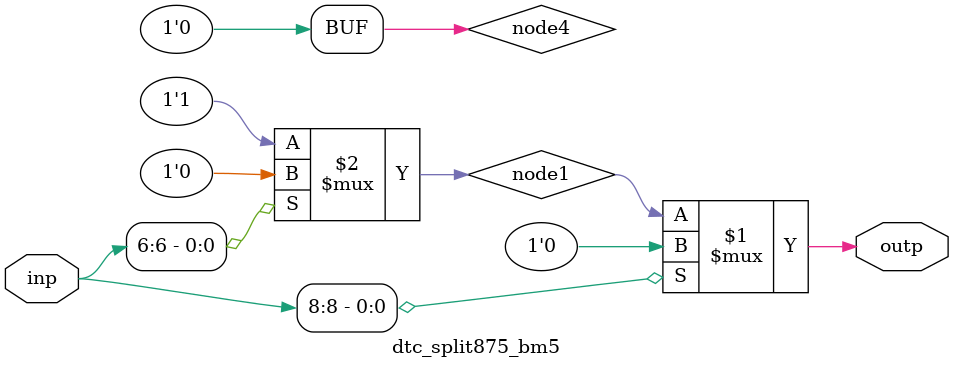
<source format=v>
module dtc_split875_bm5 (
	input  wire [10-1:0] inp,
	output wire [1-1:0] outp
);

	wire [1-1:0] node1;
	wire [1-1:0] node4;

	assign outp = (inp[8]) ? node4 : node1;
		assign node1 = (inp[6]) ? 1'b0 : 1'b1;
		assign node4 = (inp[4]) ? 1'b0 : 1'b0;

endmodule
</source>
